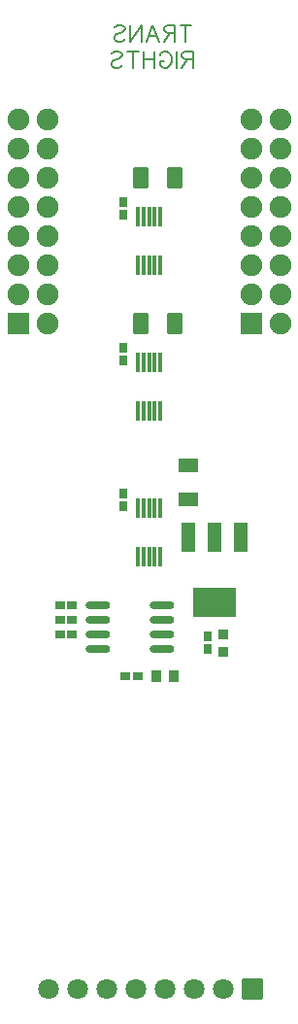
<source format=gbs>
G04 Layer: BottomSolderMaskLayer*
G04 EasyEDA v6.5.42, 2024-03-10 10:04:45*
G04 fe9a7845ffe14e3b902077880b4d51a8,5a6b42c53f6a479593ecc07194224c93,10*
G04 Gerber Generator version 0.2*
G04 Scale: 100 percent, Rotated: No, Reflected: No *
G04 Dimensions in millimeters *
G04 leading zeros omitted , absolute positions ,4 integer and 5 decimal *
%FSLAX45Y45*%
%MOMM*%

%AMMACRO1*1,1,$1,$2,$3*1,1,$1,$4,$5*1,1,$1,0-$2,0-$3*1,1,$1,0-$4,0-$5*20,1,$1,$2,$3,$4,$5,0*20,1,$1,$4,$5,0-$2,0-$3,0*20,1,$1,0-$2,0-$3,0-$4,0-$5,0*20,1,$1,0-$4,0-$5,$2,$3,0*4,1,4,$2,$3,$4,$5,0-$2,0-$3,0-$4,0-$5,$2,$3,0*%
%ADD10C,0.2032*%
%ADD11MACRO1,0.1016X-0.395X0.27X-0.395X-0.27*%
%ADD12MACRO1,0.1016X0.395X0.27X0.395X-0.27*%
%ADD13MACRO1,0.1016X-0.27X-0.395X0.27X-0.395*%
%ADD14MACRO1,0.1016X-0.27X0.395X0.27X0.395*%
%ADD15O,0.38160960000000005X1.7216120000000001*%
%ADD16R,1.8026X1.3091*%
%ADD17MACRO1,0.1016X0.6038X-0.8505X0.6038X0.8505*%
%ADD18MACRO1,0.1016X-0.6038X-0.8505X-0.6038X0.8505*%
%ADD19MACRO1,0.1016X0.9X-0.9X0.9X0.9*%
%ADD20C,1.9016*%
%ADD21MACRO1,0.1016X-0.525X1.2325X0.525X1.2325*%
%ADD22MACRO1,0.1016X1.77X1.2325X-1.77X1.2325*%
%ADD23R,0.9656X0.9081*%
%ADD24MACRO1,0.1016X-0.4032X0.432X-0.4032X-0.432*%
%ADD25MACRO1,0.1016X0.4032X0.432X0.4032X-0.432*%
%ADD26O,2.1466048X0.68961*%
%ADD27MACRO1,0.1016X-0.85X-0.85X0.85X-0.85*%
%ADD28C,1.8016*%

%LPD*%
D10*
X2352573Y11619463D02*
G01*
X2352573Y11476281D01*
X2400300Y11619463D02*
G01*
X2304844Y11619463D01*
X2259845Y11619463D02*
G01*
X2259845Y11476281D01*
X2259845Y11619463D02*
G01*
X2198481Y11619463D01*
X2178027Y11612646D01*
X2171209Y11605826D01*
X2164389Y11592191D01*
X2164389Y11578554D01*
X2171209Y11564917D01*
X2178027Y11558099D01*
X2198481Y11551282D01*
X2259845Y11551282D01*
X2212119Y11551282D02*
G01*
X2164389Y11476281D01*
X2064844Y11619463D02*
G01*
X2119391Y11476281D01*
X2064844Y11619463D02*
G01*
X2010300Y11476281D01*
X2098936Y11524007D02*
G01*
X2030755Y11524007D01*
X1965299Y11619463D02*
G01*
X1965299Y11476281D01*
X1965299Y11619463D02*
G01*
X1869846Y11476281D01*
X1869846Y11619463D02*
G01*
X1869846Y11476281D01*
X1729392Y11599009D02*
G01*
X1743026Y11612646D01*
X1763481Y11619463D01*
X1790753Y11619463D01*
X1811207Y11612646D01*
X1824845Y11599009D01*
X1824845Y11585371D01*
X1818027Y11571737D01*
X1811207Y11564917D01*
X1797573Y11558099D01*
X1756663Y11544462D01*
X1743026Y11537645D01*
X1736209Y11530827D01*
X1729392Y11517190D01*
X1729392Y11496735D01*
X1743026Y11483101D01*
X1763481Y11476281D01*
X1790753Y11476281D01*
X1811207Y11483101D01*
X1824845Y11496735D01*
X2413000Y11390863D02*
G01*
X2413000Y11247681D01*
X2413000Y11390863D02*
G01*
X2351636Y11390863D01*
X2331181Y11384046D01*
X2324364Y11377226D01*
X2317544Y11363591D01*
X2317544Y11349954D01*
X2324364Y11336317D01*
X2331181Y11329499D01*
X2351636Y11322682D01*
X2413000Y11322682D01*
X2365273Y11322682D02*
G01*
X2317544Y11247681D01*
X2272545Y11390863D02*
G01*
X2272545Y11247681D01*
X2125273Y11356771D02*
G01*
X2132091Y11370409D01*
X2145728Y11384046D01*
X2159363Y11390863D01*
X2186635Y11390863D01*
X2200272Y11384046D01*
X2213909Y11370409D01*
X2220727Y11356771D01*
X2227544Y11336317D01*
X2227544Y11302227D01*
X2220727Y11281773D01*
X2213909Y11268135D01*
X2200272Y11254501D01*
X2186635Y11247681D01*
X2159363Y11247681D01*
X2145728Y11254501D01*
X2132091Y11268135D01*
X2125273Y11281773D01*
X2125273Y11302227D01*
X2159363Y11302227D02*
G01*
X2125273Y11302227D01*
X2080272Y11390863D02*
G01*
X2080272Y11247681D01*
X1984816Y11390863D02*
G01*
X1984816Y11247681D01*
X2080272Y11322682D02*
G01*
X1984816Y11322682D01*
X1892091Y11390863D02*
G01*
X1892091Y11247681D01*
X1939818Y11390863D02*
G01*
X1844362Y11390863D01*
X1703908Y11370409D02*
G01*
X1717545Y11384046D01*
X1738000Y11390863D01*
X1765272Y11390863D01*
X1785726Y11384046D01*
X1799363Y11370409D01*
X1799363Y11356771D01*
X1792546Y11343137D01*
X1785726Y11336317D01*
X1772091Y11329499D01*
X1731182Y11315862D01*
X1717545Y11309045D01*
X1710728Y11302227D01*
X1703908Y11288590D01*
X1703908Y11268135D01*
X1717545Y11254501D01*
X1738000Y11247681D01*
X1765272Y11247681D01*
X1785726Y11254501D01*
X1799363Y11268135D01*
D11*
G01*
X1362605Y6565900D03*
D12*
G01*
X1253594Y6565900D03*
D11*
G01*
X1934105Y5943600D03*
D12*
G01*
X1825094Y5943600D03*
D13*
G01*
X2540000Y6290205D03*
D14*
G01*
X2540000Y6181194D03*
D11*
G01*
X1362605Y6438900D03*
D12*
G01*
X1253594Y6438900D03*
D11*
G01*
X1362605Y6311900D03*
D12*
G01*
X1253594Y6311900D03*
D15*
G01*
X2131999Y6989902D03*
G01*
X2081987Y6989902D03*
G01*
X2032000Y6989902D03*
G01*
X1981987Y6989902D03*
G01*
X1932000Y6989902D03*
G01*
X2131999Y7411897D03*
G01*
X2081987Y7411897D03*
G01*
X2032000Y7411897D03*
G01*
X1981987Y7411897D03*
G01*
X1932000Y7411897D03*
D16*
G01*
X2374900Y7484821D03*
G01*
X2374900Y7780578D03*
D15*
G01*
X2131999Y9529902D03*
G01*
X2081987Y9529902D03*
G01*
X2032000Y9529902D03*
G01*
X1981987Y9529902D03*
G01*
X1932000Y9529902D03*
G01*
X2131999Y9951897D03*
G01*
X2081987Y9951897D03*
G01*
X2032000Y9951897D03*
G01*
X1981987Y9951897D03*
G01*
X1932000Y9951897D03*
D17*
G01*
X1960323Y10287000D03*
D18*
G01*
X2256076Y10287000D03*
D17*
G01*
X1960323Y9017000D03*
D18*
G01*
X2256076Y9017000D03*
D15*
G01*
X2131999Y8259902D03*
G01*
X2081987Y8259902D03*
G01*
X2032000Y8259902D03*
G01*
X1981987Y8259902D03*
G01*
X1932000Y8259902D03*
G01*
X2131999Y8681897D03*
G01*
X2081987Y8681897D03*
G01*
X2032000Y8681897D03*
G01*
X1981987Y8681897D03*
G01*
X1932000Y8681897D03*
D19*
G01*
X889000Y9017000D03*
D20*
G01*
X1143000Y9017000D03*
G01*
X889000Y9271000D03*
G01*
X1143000Y9271000D03*
G01*
X889000Y9525000D03*
G01*
X1143000Y9525000D03*
G01*
X889000Y9779000D03*
G01*
X1143000Y9779000D03*
G01*
X889000Y10033000D03*
G01*
X1143000Y10033000D03*
G01*
X889000Y10287000D03*
G01*
X1143000Y10287000D03*
G01*
X889000Y10541000D03*
G01*
X1143000Y10541000D03*
G01*
X889000Y10795000D03*
G01*
X1143000Y10795000D03*
D19*
G01*
X2921000Y9017000D03*
D20*
G01*
X3175000Y9017000D03*
G01*
X2921000Y9271000D03*
G01*
X3175000Y9271000D03*
G01*
X2921000Y9525000D03*
G01*
X3175000Y9525000D03*
G01*
X2921000Y9779000D03*
G01*
X3175000Y9779000D03*
G01*
X2921000Y10033000D03*
G01*
X3175000Y10033000D03*
G01*
X2921000Y10287000D03*
G01*
X3175000Y10287000D03*
G01*
X2921000Y10541000D03*
G01*
X3175000Y10541000D03*
G01*
X2921000Y10795000D03*
G01*
X3175000Y10795000D03*
D21*
G01*
X2373500Y7156450D03*
G01*
X2603500Y7156450D03*
G01*
X2833499Y7156450D03*
D22*
G01*
X2603500Y6584950D03*
D23*
G01*
X2679700Y6160363D03*
G01*
X2679700Y6311036D03*
D24*
G01*
X2247024Y5943600D03*
D25*
G01*
X2096375Y5943600D03*
D13*
G01*
X1803400Y7534805D03*
D14*
G01*
X1803400Y7425794D03*
D13*
G01*
X1803400Y10074805D03*
D14*
G01*
X1803400Y9965794D03*
D13*
G01*
X1803400Y8804805D03*
D14*
G01*
X1803400Y8695794D03*
D26*
G01*
X2144140Y6565900D03*
G01*
X2144140Y6438900D03*
G01*
X2144140Y6311900D03*
G01*
X2144140Y6184900D03*
G01*
X1589659Y6565900D03*
G01*
X1589659Y6438900D03*
G01*
X1589659Y6311900D03*
G01*
X1589659Y6184900D03*
D27*
G01*
X2937494Y3216894D03*
D28*
G01*
X2683509Y3216910D03*
G01*
X2429509Y3216910D03*
G01*
X2175509Y3216910D03*
G01*
X1921509Y3216910D03*
G01*
X1667509Y3216910D03*
G01*
X1413509Y3216910D03*
G01*
X1159509Y3216910D03*
M02*

</source>
